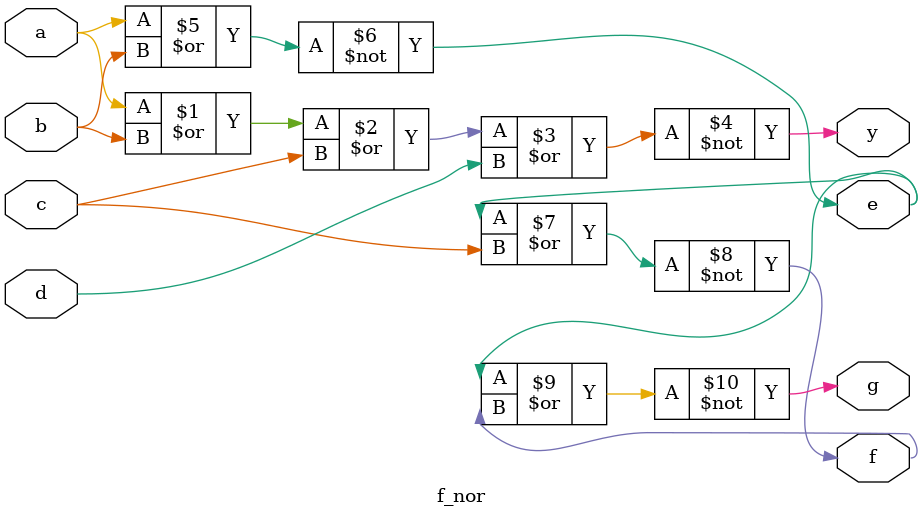
<source format=v>
`timescale 1ns / 1ps


module f_nor(
    input a,
    input b,
    input c,
    input d,
    output y,
    output e,
    output f,
    output g
    );
    
    assign y = ~(a | b | c | d); //(A)
    assign e = ~(a | b); //(B)
    assign f = ~(e | c);
    assign g = ~(e | f);
    
endmodule

</source>
